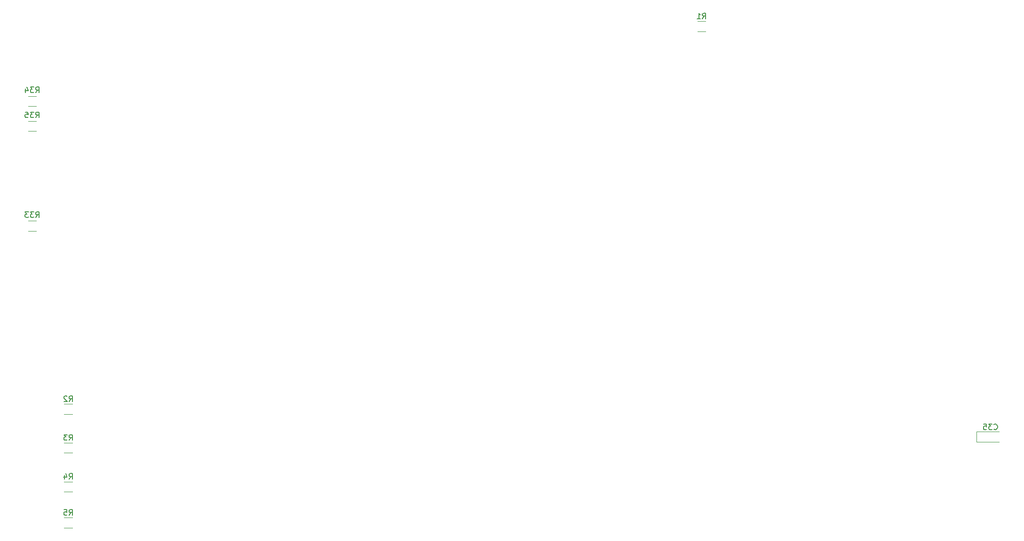
<source format=gbr>
%TF.GenerationSoftware,KiCad,Pcbnew,(5.1.7)-1*%
%TF.CreationDate,2020-11-10T11:56:55+09:00*%
%TF.ProjectId,BLDC_Motor_Controller_Ver1.0A_TEST,424c4443-5f4d-46f7-946f-725f436f6e74,Ver1.0A*%
%TF.SameCoordinates,Original*%
%TF.FileFunction,Legend,Bot*%
%TF.FilePolarity,Positive*%
%FSLAX46Y46*%
G04 Gerber Fmt 4.6, Leading zero omitted, Abs format (unit mm)*
G04 Created by KiCad (PCBNEW (5.1.7)-1) date 2020-11-10 11:56:55*
%MOMM*%
%LPD*%
G01*
G04 APERTURE LIST*
%ADD10C,0.120000*%
%ADD11C,0.150000*%
G04 APERTURE END LIST*
D10*
%TO.C,C35*%
X234515000Y-103065000D02*
X238600000Y-103065000D01*
X234515000Y-104935000D02*
X234515000Y-103065000D01*
X238600000Y-104935000D02*
X234515000Y-104935000D01*
%TO.C,R1*%
X185727064Y-29090000D02*
X184272936Y-29090000D01*
X185727064Y-30910000D02*
X184272936Y-30910000D01*
%TO.C,R2*%
X71727064Y-99910000D02*
X70272936Y-99910000D01*
X71727064Y-98090000D02*
X70272936Y-98090000D01*
%TO.C,R3*%
X71727064Y-106910000D02*
X70272936Y-106910000D01*
X71727064Y-105090000D02*
X70272936Y-105090000D01*
%TO.C,R4*%
X71727064Y-112090000D02*
X70272936Y-112090000D01*
X71727064Y-113910000D02*
X70272936Y-113910000D01*
%TO.C,R5*%
X71727064Y-118590000D02*
X70272936Y-118590000D01*
X71727064Y-120410000D02*
X70272936Y-120410000D01*
%TO.C,R33*%
X63772936Y-66910000D02*
X65227064Y-66910000D01*
X63772936Y-65090000D02*
X65227064Y-65090000D01*
%TO.C,R34*%
X63772936Y-44410000D02*
X65227064Y-44410000D01*
X63772936Y-42590000D02*
X65227064Y-42590000D01*
%TO.C,R35*%
X63772936Y-47090000D02*
X65227064Y-47090000D01*
X63772936Y-48910000D02*
X65227064Y-48910000D01*
%TO.C,C35*%
D11*
X237642857Y-102607142D02*
X237690476Y-102654761D01*
X237833333Y-102702380D01*
X237928571Y-102702380D01*
X238071428Y-102654761D01*
X238166666Y-102559523D01*
X238214285Y-102464285D01*
X238261904Y-102273809D01*
X238261904Y-102130952D01*
X238214285Y-101940476D01*
X238166666Y-101845238D01*
X238071428Y-101750000D01*
X237928571Y-101702380D01*
X237833333Y-101702380D01*
X237690476Y-101750000D01*
X237642857Y-101797619D01*
X237309523Y-101702380D02*
X236690476Y-101702380D01*
X237023809Y-102083333D01*
X236880952Y-102083333D01*
X236785714Y-102130952D01*
X236738095Y-102178571D01*
X236690476Y-102273809D01*
X236690476Y-102511904D01*
X236738095Y-102607142D01*
X236785714Y-102654761D01*
X236880952Y-102702380D01*
X237166666Y-102702380D01*
X237261904Y-102654761D01*
X237309523Y-102607142D01*
X235785714Y-101702380D02*
X236261904Y-101702380D01*
X236309523Y-102178571D01*
X236261904Y-102130952D01*
X236166666Y-102083333D01*
X235928571Y-102083333D01*
X235833333Y-102130952D01*
X235785714Y-102178571D01*
X235738095Y-102273809D01*
X235738095Y-102511904D01*
X235785714Y-102607142D01*
X235833333Y-102654761D01*
X235928571Y-102702380D01*
X236166666Y-102702380D01*
X236261904Y-102654761D01*
X236309523Y-102607142D01*
%TO.C,R1*%
X185166666Y-28632380D02*
X185500000Y-28156190D01*
X185738095Y-28632380D02*
X185738095Y-27632380D01*
X185357142Y-27632380D01*
X185261904Y-27680000D01*
X185214285Y-27727619D01*
X185166666Y-27822857D01*
X185166666Y-27965714D01*
X185214285Y-28060952D01*
X185261904Y-28108571D01*
X185357142Y-28156190D01*
X185738095Y-28156190D01*
X184214285Y-28632380D02*
X184785714Y-28632380D01*
X184500000Y-28632380D02*
X184500000Y-27632380D01*
X184595238Y-27775238D01*
X184690476Y-27870476D01*
X184785714Y-27918095D01*
%TO.C,R2*%
X71166666Y-97632380D02*
X71500000Y-97156190D01*
X71738095Y-97632380D02*
X71738095Y-96632380D01*
X71357142Y-96632380D01*
X71261904Y-96680000D01*
X71214285Y-96727619D01*
X71166666Y-96822857D01*
X71166666Y-96965714D01*
X71214285Y-97060952D01*
X71261904Y-97108571D01*
X71357142Y-97156190D01*
X71738095Y-97156190D01*
X70785714Y-96727619D02*
X70738095Y-96680000D01*
X70642857Y-96632380D01*
X70404761Y-96632380D01*
X70309523Y-96680000D01*
X70261904Y-96727619D01*
X70214285Y-96822857D01*
X70214285Y-96918095D01*
X70261904Y-97060952D01*
X70833333Y-97632380D01*
X70214285Y-97632380D01*
%TO.C,R3*%
X71166666Y-104632380D02*
X71500000Y-104156190D01*
X71738095Y-104632380D02*
X71738095Y-103632380D01*
X71357142Y-103632380D01*
X71261904Y-103680000D01*
X71214285Y-103727619D01*
X71166666Y-103822857D01*
X71166666Y-103965714D01*
X71214285Y-104060952D01*
X71261904Y-104108571D01*
X71357142Y-104156190D01*
X71738095Y-104156190D01*
X70833333Y-103632380D02*
X70214285Y-103632380D01*
X70547619Y-104013333D01*
X70404761Y-104013333D01*
X70309523Y-104060952D01*
X70261904Y-104108571D01*
X70214285Y-104203809D01*
X70214285Y-104441904D01*
X70261904Y-104537142D01*
X70309523Y-104584761D01*
X70404761Y-104632380D01*
X70690476Y-104632380D01*
X70785714Y-104584761D01*
X70833333Y-104537142D01*
%TO.C,R4*%
X71166666Y-111632380D02*
X71500000Y-111156190D01*
X71738095Y-111632380D02*
X71738095Y-110632380D01*
X71357142Y-110632380D01*
X71261904Y-110680000D01*
X71214285Y-110727619D01*
X71166666Y-110822857D01*
X71166666Y-110965714D01*
X71214285Y-111060952D01*
X71261904Y-111108571D01*
X71357142Y-111156190D01*
X71738095Y-111156190D01*
X70309523Y-110965714D02*
X70309523Y-111632380D01*
X70547619Y-110584761D02*
X70785714Y-111299047D01*
X70166666Y-111299047D01*
%TO.C,R5*%
X71166666Y-118132380D02*
X71500000Y-117656190D01*
X71738095Y-118132380D02*
X71738095Y-117132380D01*
X71357142Y-117132380D01*
X71261904Y-117180000D01*
X71214285Y-117227619D01*
X71166666Y-117322857D01*
X71166666Y-117465714D01*
X71214285Y-117560952D01*
X71261904Y-117608571D01*
X71357142Y-117656190D01*
X71738095Y-117656190D01*
X70261904Y-117132380D02*
X70738095Y-117132380D01*
X70785714Y-117608571D01*
X70738095Y-117560952D01*
X70642857Y-117513333D01*
X70404761Y-117513333D01*
X70309523Y-117560952D01*
X70261904Y-117608571D01*
X70214285Y-117703809D01*
X70214285Y-117941904D01*
X70261904Y-118037142D01*
X70309523Y-118084761D01*
X70404761Y-118132380D01*
X70642857Y-118132380D01*
X70738095Y-118084761D01*
X70785714Y-118037142D01*
%TO.C,R33*%
X65142857Y-64452380D02*
X65476190Y-63976190D01*
X65714285Y-64452380D02*
X65714285Y-63452380D01*
X65333333Y-63452380D01*
X65238095Y-63500000D01*
X65190476Y-63547619D01*
X65142857Y-63642857D01*
X65142857Y-63785714D01*
X65190476Y-63880952D01*
X65238095Y-63928571D01*
X65333333Y-63976190D01*
X65714285Y-63976190D01*
X64809523Y-63452380D02*
X64190476Y-63452380D01*
X64523809Y-63833333D01*
X64380952Y-63833333D01*
X64285714Y-63880952D01*
X64238095Y-63928571D01*
X64190476Y-64023809D01*
X64190476Y-64261904D01*
X64238095Y-64357142D01*
X64285714Y-64404761D01*
X64380952Y-64452380D01*
X64666666Y-64452380D01*
X64761904Y-64404761D01*
X64809523Y-64357142D01*
X63857142Y-63452380D02*
X63238095Y-63452380D01*
X63571428Y-63833333D01*
X63428571Y-63833333D01*
X63333333Y-63880952D01*
X63285714Y-63928571D01*
X63238095Y-64023809D01*
X63238095Y-64261904D01*
X63285714Y-64357142D01*
X63333333Y-64404761D01*
X63428571Y-64452380D01*
X63714285Y-64452380D01*
X63809523Y-64404761D01*
X63857142Y-64357142D01*
%TO.C,R34*%
X65142857Y-41952380D02*
X65476190Y-41476190D01*
X65714285Y-41952380D02*
X65714285Y-40952380D01*
X65333333Y-40952380D01*
X65238095Y-41000000D01*
X65190476Y-41047619D01*
X65142857Y-41142857D01*
X65142857Y-41285714D01*
X65190476Y-41380952D01*
X65238095Y-41428571D01*
X65333333Y-41476190D01*
X65714285Y-41476190D01*
X64809523Y-40952380D02*
X64190476Y-40952380D01*
X64523809Y-41333333D01*
X64380952Y-41333333D01*
X64285714Y-41380952D01*
X64238095Y-41428571D01*
X64190476Y-41523809D01*
X64190476Y-41761904D01*
X64238095Y-41857142D01*
X64285714Y-41904761D01*
X64380952Y-41952380D01*
X64666666Y-41952380D01*
X64761904Y-41904761D01*
X64809523Y-41857142D01*
X63333333Y-41285714D02*
X63333333Y-41952380D01*
X63571428Y-40904761D02*
X63809523Y-41619047D01*
X63190476Y-41619047D01*
%TO.C,R35*%
X65142857Y-46452380D02*
X65476190Y-45976190D01*
X65714285Y-46452380D02*
X65714285Y-45452380D01*
X65333333Y-45452380D01*
X65238095Y-45500000D01*
X65190476Y-45547619D01*
X65142857Y-45642857D01*
X65142857Y-45785714D01*
X65190476Y-45880952D01*
X65238095Y-45928571D01*
X65333333Y-45976190D01*
X65714285Y-45976190D01*
X64809523Y-45452380D02*
X64190476Y-45452380D01*
X64523809Y-45833333D01*
X64380952Y-45833333D01*
X64285714Y-45880952D01*
X64238095Y-45928571D01*
X64190476Y-46023809D01*
X64190476Y-46261904D01*
X64238095Y-46357142D01*
X64285714Y-46404761D01*
X64380952Y-46452380D01*
X64666666Y-46452380D01*
X64761904Y-46404761D01*
X64809523Y-46357142D01*
X63285714Y-45452380D02*
X63761904Y-45452380D01*
X63809523Y-45928571D01*
X63761904Y-45880952D01*
X63666666Y-45833333D01*
X63428571Y-45833333D01*
X63333333Y-45880952D01*
X63285714Y-45928571D01*
X63238095Y-46023809D01*
X63238095Y-46261904D01*
X63285714Y-46357142D01*
X63333333Y-46404761D01*
X63428571Y-46452380D01*
X63666666Y-46452380D01*
X63761904Y-46404761D01*
X63809523Y-46357142D01*
%TD*%
M02*

</source>
